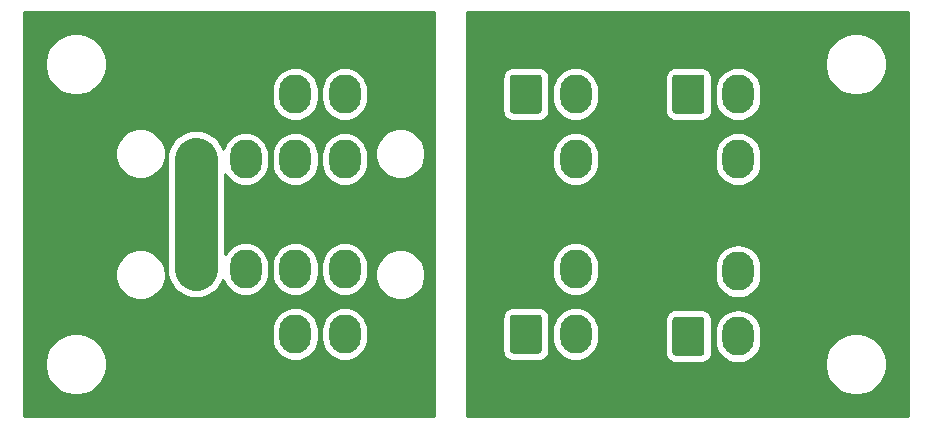
<source format=gbr>
%TF.GenerationSoftware,KiCad,Pcbnew,(5.1.9)-1*%
%TF.CreationDate,2021-11-13T17:29:38-07:00*%
%TF.ProjectId,ABSIS_Bulkhead_Connector,41425349-535f-4427-956c-6b686561645f,rev?*%
%TF.SameCoordinates,Original*%
%TF.FileFunction,Copper,L3,Inr*%
%TF.FilePolarity,Positive*%
%FSLAX46Y46*%
G04 Gerber Fmt 4.6, Leading zero omitted, Abs format (unit mm)*
G04 Created by KiCad (PCBNEW (5.1.9)-1) date 2021-11-13 17:29:38*
%MOMM*%
%LPD*%
G01*
G04 APERTURE LIST*
%TA.AperFunction,ComponentPad*%
%ADD10O,2.700000X3.300000*%
%TD*%
%TA.AperFunction,Conductor*%
%ADD11C,3.657600*%
%TD*%
%TA.AperFunction,Conductor*%
%ADD12C,0.254000*%
%TD*%
%TA.AperFunction,Conductor*%
%ADD13C,0.100000*%
%TD*%
G04 APERTURE END LIST*
D10*
%TO.N,/BL_DATA2*%
%TO.C,J6*%
X160200000Y-78500000D03*
%TO.N,/BL_GND*%
X156000000Y-78500000D03*
%TO.N,/BL_+5V*%
X160200000Y-84000000D03*
%TA.AperFunction,ComponentPad*%
G36*
G01*
X154650000Y-85399999D02*
X154650000Y-82600001D01*
G75*
G02*
X154900001Y-82350000I250001J0D01*
G01*
X157099999Y-82350000D01*
G75*
G02*
X157350000Y-82600001I0J-250001D01*
G01*
X157350000Y-85399999D01*
G75*
G02*
X157099999Y-85650000I-250001J0D01*
G01*
X154900001Y-85650000D01*
G75*
G02*
X154650000Y-85399999I0J250001D01*
G01*
G37*
%TD.AperFunction*%
%TD*%
%TO.N,/BL_DATA2*%
%TO.C,J5*%
X160200000Y-69000000D03*
%TO.N,/BL_GND*%
X156000000Y-69000000D03*
%TO.N,/BL_+5V*%
X160200000Y-63500000D03*
%TA.AperFunction,ComponentPad*%
G36*
G01*
X154650000Y-64899999D02*
X154650000Y-62100001D01*
G75*
G02*
X154900001Y-61850000I250001J0D01*
G01*
X157099999Y-61850000D01*
G75*
G02*
X157350000Y-62100001I0J-250001D01*
G01*
X157350000Y-64899999D01*
G75*
G02*
X157099999Y-65150000I-250001J0D01*
G01*
X154900001Y-65150000D01*
G75*
G02*
X154650000Y-64899999I0J250001D01*
G01*
G37*
%TD.AperFunction*%
%TD*%
%TO.N,/BL_DATA1*%
%TO.C,J4*%
X146440000Y-78320000D03*
%TO.N,/BL_GND*%
X142240000Y-78320000D03*
%TO.N,/BL_+5V*%
X146440000Y-83820000D03*
%TA.AperFunction,ComponentPad*%
G36*
G01*
X140890000Y-85219999D02*
X140890000Y-82420001D01*
G75*
G02*
X141140001Y-82170000I250001J0D01*
G01*
X143339999Y-82170000D01*
G75*
G02*
X143590000Y-82420001I0J-250001D01*
G01*
X143590000Y-85219999D01*
G75*
G02*
X143339999Y-85470000I-250001J0D01*
G01*
X141140001Y-85470000D01*
G75*
G02*
X140890000Y-85219999I0J250001D01*
G01*
G37*
%TD.AperFunction*%
%TD*%
%TO.N,/ABSIS_+12V*%
%TO.C,J3*%
X126900000Y-78320000D03*
%TO.N,/ABSIS_+5V*%
X122700000Y-78320000D03*
X118500000Y-78320000D03*
%TO.N,/ABSIS_+3.3V*%
X114300000Y-78320000D03*
%TO.N,/ABSIS_+12V*%
X126900000Y-83820000D03*
X122700000Y-83820000D03*
%TO.N,/ABSIS_GND*%
X118500000Y-83820000D03*
%TA.AperFunction,ComponentPad*%
G36*
G01*
X112950000Y-85219999D02*
X112950000Y-82420001D01*
G75*
G02*
X113200001Y-82170000I250001J0D01*
G01*
X115399999Y-82170000D01*
G75*
G02*
X115650000Y-82420001I0J-250001D01*
G01*
X115650000Y-85219999D01*
G75*
G02*
X115399999Y-85470000I-250001J0D01*
G01*
X113200001Y-85470000D01*
G75*
G02*
X112950000Y-85219999I0J250001D01*
G01*
G37*
%TD.AperFunction*%
%TD*%
%TO.N,/BL_DATA1*%
%TO.C,J2*%
X146440000Y-69000000D03*
%TO.N,/BL_GND*%
X142240000Y-69000000D03*
%TO.N,/BL_+5V*%
X146440000Y-63500000D03*
%TA.AperFunction,ComponentPad*%
G36*
G01*
X140890000Y-64899999D02*
X140890000Y-62100001D01*
G75*
G02*
X141140001Y-61850000I250001J0D01*
G01*
X143339999Y-61850000D01*
G75*
G02*
X143590000Y-62100001I0J-250001D01*
G01*
X143590000Y-64899999D01*
G75*
G02*
X143339999Y-65150000I-250001J0D01*
G01*
X141140001Y-65150000D01*
G75*
G02*
X140890000Y-64899999I0J250001D01*
G01*
G37*
%TD.AperFunction*%
%TD*%
%TO.N,/ABSIS_+12V*%
%TO.C,J1*%
X126900000Y-69000000D03*
%TO.N,/ABSIS_+5V*%
X122700000Y-69000000D03*
X118500000Y-69000000D03*
%TO.N,/ABSIS_+3.3V*%
X114300000Y-69000000D03*
%TO.N,/ABSIS_+12V*%
X126900000Y-63500000D03*
X122700000Y-63500000D03*
%TO.N,/ABSIS_GND*%
X118500000Y-63500000D03*
%TA.AperFunction,ComponentPad*%
G36*
G01*
X112950000Y-64899999D02*
X112950000Y-62100001D01*
G75*
G02*
X113200001Y-61850000I250001J0D01*
G01*
X115399999Y-61850000D01*
G75*
G02*
X115650000Y-62100001I0J-250001D01*
G01*
X115650000Y-64899999D01*
G75*
G02*
X115399999Y-65150000I-250001J0D01*
G01*
X113200001Y-65150000D01*
G75*
G02*
X112950000Y-64899999I0J250001D01*
G01*
G37*
%TD.AperFunction*%
%TD*%
D11*
%TO.N,/ABSIS_+3.3V*%
X114300000Y-78320000D02*
X114300000Y-69000000D01*
%TD*%
D12*
%TO.N,/ABSIS_GND*%
X134493000Y-90780000D02*
X99720000Y-90780000D01*
X99720000Y-86100475D01*
X101505000Y-86100475D01*
X101505000Y-86619525D01*
X101606261Y-87128601D01*
X101804893Y-87608141D01*
X102093262Y-88039715D01*
X102460285Y-88406738D01*
X102891859Y-88695107D01*
X103371399Y-88893739D01*
X103880475Y-88995000D01*
X104399525Y-88995000D01*
X104908601Y-88893739D01*
X105388141Y-88695107D01*
X105819715Y-88406738D01*
X106186738Y-88039715D01*
X106475107Y-87608141D01*
X106673739Y-87128601D01*
X106775000Y-86619525D01*
X106775000Y-86100475D01*
X106673739Y-85591399D01*
X106475107Y-85111859D01*
X106186738Y-84680285D01*
X105819715Y-84313262D01*
X105388141Y-84024893D01*
X104908601Y-83826261D01*
X104399525Y-83725000D01*
X103880475Y-83725000D01*
X103371399Y-83826261D01*
X102891859Y-84024893D01*
X102460285Y-84313262D01*
X102093262Y-84680285D01*
X101804893Y-85111859D01*
X101606261Y-85591399D01*
X101505000Y-86100475D01*
X99720000Y-86100475D01*
X99720000Y-83422491D01*
X120715000Y-83422491D01*
X120715000Y-84217510D01*
X120743722Y-84509128D01*
X120857226Y-84883302D01*
X121041547Y-85228143D01*
X121289603Y-85530398D01*
X121591858Y-85778453D01*
X121936699Y-85962774D01*
X122310873Y-86076278D01*
X122700000Y-86114604D01*
X123089128Y-86076278D01*
X123463302Y-85962774D01*
X123808143Y-85778453D01*
X124110398Y-85530398D01*
X124358453Y-85228143D01*
X124542774Y-84883302D01*
X124656278Y-84509127D01*
X124685000Y-84217509D01*
X124685000Y-83422491D01*
X124915000Y-83422491D01*
X124915000Y-84217510D01*
X124943722Y-84509128D01*
X125057226Y-84883302D01*
X125241547Y-85228143D01*
X125489603Y-85530398D01*
X125791858Y-85778453D01*
X126136699Y-85962774D01*
X126510873Y-86076278D01*
X126900000Y-86114604D01*
X127289128Y-86076278D01*
X127663302Y-85962774D01*
X128008143Y-85778453D01*
X128310398Y-85530398D01*
X128558453Y-85228143D01*
X128742774Y-84883302D01*
X128856278Y-84509127D01*
X128885000Y-84217509D01*
X128885000Y-83422490D01*
X128856278Y-83130872D01*
X128742774Y-82756698D01*
X128558453Y-82411857D01*
X128310398Y-82109602D01*
X128008143Y-81861547D01*
X127663301Y-81677226D01*
X127289127Y-81563722D01*
X126900000Y-81525396D01*
X126510872Y-81563722D01*
X126136698Y-81677226D01*
X125791857Y-81861547D01*
X125489602Y-82109602D01*
X125241547Y-82411857D01*
X125057226Y-82756699D01*
X124943722Y-83130873D01*
X124915000Y-83422491D01*
X124685000Y-83422491D01*
X124685000Y-83422490D01*
X124656278Y-83130872D01*
X124542774Y-82756698D01*
X124358453Y-82411857D01*
X124110398Y-82109602D01*
X123808143Y-81861547D01*
X123463301Y-81677226D01*
X123089127Y-81563722D01*
X122700000Y-81525396D01*
X122310872Y-81563722D01*
X121936698Y-81677226D01*
X121591857Y-81861547D01*
X121289602Y-82109602D01*
X121041547Y-82411857D01*
X120857226Y-82756699D01*
X120743722Y-83130873D01*
X120715000Y-83422491D01*
X99720000Y-83422491D01*
X99720000Y-78569721D01*
X107465000Y-78569721D01*
X107465000Y-78990279D01*
X107547047Y-79402756D01*
X107707988Y-79791302D01*
X107941637Y-80140983D01*
X108239017Y-80438363D01*
X108588698Y-80672012D01*
X108977244Y-80832953D01*
X109389721Y-80915000D01*
X109810279Y-80915000D01*
X110222756Y-80832953D01*
X110611302Y-80672012D01*
X110960983Y-80438363D01*
X111258363Y-80140983D01*
X111492012Y-79791302D01*
X111652953Y-79402756D01*
X111735000Y-78990279D01*
X111735000Y-78569721D01*
X111709403Y-78441036D01*
X111836200Y-78441036D01*
X111871849Y-78802988D01*
X112012732Y-79267416D01*
X112241513Y-79695436D01*
X112549401Y-80070599D01*
X112924563Y-80378487D01*
X113352583Y-80607268D01*
X113817011Y-80748151D01*
X114300000Y-80795721D01*
X114782988Y-80748151D01*
X115247416Y-80607268D01*
X115675436Y-80378487D01*
X116050599Y-80070599D01*
X116358487Y-79695437D01*
X116587268Y-79267417D01*
X116604670Y-79210049D01*
X116657226Y-79383302D01*
X116841547Y-79728143D01*
X117089603Y-80030398D01*
X117391858Y-80278453D01*
X117736699Y-80462774D01*
X118110873Y-80576278D01*
X118500000Y-80614604D01*
X118889128Y-80576278D01*
X119263302Y-80462774D01*
X119608143Y-80278453D01*
X119910398Y-80030398D01*
X120158453Y-79728143D01*
X120342774Y-79383302D01*
X120456278Y-79009127D01*
X120485000Y-78717509D01*
X120485000Y-77922491D01*
X120715000Y-77922491D01*
X120715000Y-78717510D01*
X120743722Y-79009128D01*
X120857226Y-79383302D01*
X121041547Y-79728143D01*
X121289603Y-80030398D01*
X121591858Y-80278453D01*
X121936699Y-80462774D01*
X122310873Y-80576278D01*
X122700000Y-80614604D01*
X123089128Y-80576278D01*
X123463302Y-80462774D01*
X123808143Y-80278453D01*
X124110398Y-80030398D01*
X124358453Y-79728143D01*
X124542774Y-79383302D01*
X124656278Y-79009127D01*
X124685000Y-78717509D01*
X124685000Y-77922491D01*
X124915000Y-77922491D01*
X124915000Y-78717510D01*
X124943722Y-79009128D01*
X125057226Y-79383302D01*
X125241547Y-79728143D01*
X125489603Y-80030398D01*
X125791858Y-80278453D01*
X126136699Y-80462774D01*
X126510873Y-80576278D01*
X126900000Y-80614604D01*
X127289128Y-80576278D01*
X127663302Y-80462774D01*
X128008143Y-80278453D01*
X128310398Y-80030398D01*
X128558453Y-79728143D01*
X128742774Y-79383302D01*
X128856278Y-79009127D01*
X128885000Y-78717509D01*
X128885000Y-78569721D01*
X129465000Y-78569721D01*
X129465000Y-78990279D01*
X129547047Y-79402756D01*
X129707988Y-79791302D01*
X129941637Y-80140983D01*
X130239017Y-80438363D01*
X130588698Y-80672012D01*
X130977244Y-80832953D01*
X131389721Y-80915000D01*
X131810279Y-80915000D01*
X132222756Y-80832953D01*
X132611302Y-80672012D01*
X132960983Y-80438363D01*
X133258363Y-80140983D01*
X133492012Y-79791302D01*
X133652953Y-79402756D01*
X133735000Y-78990279D01*
X133735000Y-78569721D01*
X133652953Y-78157244D01*
X133492012Y-77768698D01*
X133258363Y-77419017D01*
X132960983Y-77121637D01*
X132611302Y-76887988D01*
X132222756Y-76727047D01*
X131810279Y-76645000D01*
X131389721Y-76645000D01*
X130977244Y-76727047D01*
X130588698Y-76887988D01*
X130239017Y-77121637D01*
X129941637Y-77419017D01*
X129707988Y-77768698D01*
X129547047Y-78157244D01*
X129465000Y-78569721D01*
X128885000Y-78569721D01*
X128885000Y-77922490D01*
X128856278Y-77630872D01*
X128742774Y-77256698D01*
X128558453Y-76911857D01*
X128310398Y-76609602D01*
X128008143Y-76361547D01*
X127663301Y-76177226D01*
X127289127Y-76063722D01*
X126900000Y-76025396D01*
X126510872Y-76063722D01*
X126136698Y-76177226D01*
X125791857Y-76361547D01*
X125489602Y-76609602D01*
X125241547Y-76911857D01*
X125057226Y-77256699D01*
X124943722Y-77630873D01*
X124915000Y-77922491D01*
X124685000Y-77922491D01*
X124685000Y-77922490D01*
X124656278Y-77630872D01*
X124542774Y-77256698D01*
X124358453Y-76911857D01*
X124110398Y-76609602D01*
X123808143Y-76361547D01*
X123463301Y-76177226D01*
X123089127Y-76063722D01*
X122700000Y-76025396D01*
X122310872Y-76063722D01*
X121936698Y-76177226D01*
X121591857Y-76361547D01*
X121289602Y-76609602D01*
X121041547Y-76911857D01*
X120857226Y-77256699D01*
X120743722Y-77630873D01*
X120715000Y-77922491D01*
X120485000Y-77922491D01*
X120485000Y-77922490D01*
X120456278Y-77630872D01*
X120342774Y-77256698D01*
X120158453Y-76911857D01*
X119910398Y-76609602D01*
X119608143Y-76361547D01*
X119263301Y-76177226D01*
X118889127Y-76063722D01*
X118500000Y-76025396D01*
X118110872Y-76063722D01*
X117736698Y-76177226D01*
X117391857Y-76361547D01*
X117089602Y-76609602D01*
X116841547Y-76911857D01*
X116763800Y-77057312D01*
X116763800Y-70262688D01*
X116841547Y-70408143D01*
X117089603Y-70710398D01*
X117391858Y-70958453D01*
X117736699Y-71142774D01*
X118110873Y-71256278D01*
X118500000Y-71294604D01*
X118889128Y-71256278D01*
X119263302Y-71142774D01*
X119608143Y-70958453D01*
X119910398Y-70710398D01*
X120158453Y-70408143D01*
X120342774Y-70063302D01*
X120456278Y-69689127D01*
X120485000Y-69397509D01*
X120485000Y-68602491D01*
X120715000Y-68602491D01*
X120715000Y-69397510D01*
X120743722Y-69689128D01*
X120857226Y-70063302D01*
X121041547Y-70408143D01*
X121289603Y-70710398D01*
X121591858Y-70958453D01*
X121936699Y-71142774D01*
X122310873Y-71256278D01*
X122700000Y-71294604D01*
X123089128Y-71256278D01*
X123463302Y-71142774D01*
X123808143Y-70958453D01*
X124110398Y-70710398D01*
X124358453Y-70408143D01*
X124542774Y-70063302D01*
X124656278Y-69689127D01*
X124685000Y-69397509D01*
X124685000Y-68602491D01*
X124915000Y-68602491D01*
X124915000Y-69397510D01*
X124943722Y-69689128D01*
X125057226Y-70063302D01*
X125241547Y-70408143D01*
X125489603Y-70710398D01*
X125791858Y-70958453D01*
X126136699Y-71142774D01*
X126510873Y-71256278D01*
X126900000Y-71294604D01*
X127289128Y-71256278D01*
X127663302Y-71142774D01*
X128008143Y-70958453D01*
X128310398Y-70710398D01*
X128558453Y-70408143D01*
X128742774Y-70063302D01*
X128856278Y-69689127D01*
X128885000Y-69397509D01*
X128885000Y-68602490D01*
X128858135Y-68329721D01*
X129465000Y-68329721D01*
X129465000Y-68750279D01*
X129547047Y-69162756D01*
X129707988Y-69551302D01*
X129941637Y-69900983D01*
X130239017Y-70198363D01*
X130588698Y-70432012D01*
X130977244Y-70592953D01*
X131389721Y-70675000D01*
X131810279Y-70675000D01*
X132222756Y-70592953D01*
X132611302Y-70432012D01*
X132960983Y-70198363D01*
X133258363Y-69900983D01*
X133492012Y-69551302D01*
X133652953Y-69162756D01*
X133735000Y-68750279D01*
X133735000Y-68329721D01*
X133652953Y-67917244D01*
X133492012Y-67528698D01*
X133258363Y-67179017D01*
X132960983Y-66881637D01*
X132611302Y-66647988D01*
X132222756Y-66487047D01*
X131810279Y-66405000D01*
X131389721Y-66405000D01*
X130977244Y-66487047D01*
X130588698Y-66647988D01*
X130239017Y-66881637D01*
X129941637Y-67179017D01*
X129707988Y-67528698D01*
X129547047Y-67917244D01*
X129465000Y-68329721D01*
X128858135Y-68329721D01*
X128856278Y-68310872D01*
X128742774Y-67936698D01*
X128558453Y-67591857D01*
X128310398Y-67289602D01*
X128008143Y-67041547D01*
X127663301Y-66857226D01*
X127289127Y-66743722D01*
X126900000Y-66705396D01*
X126510872Y-66743722D01*
X126136698Y-66857226D01*
X125791857Y-67041547D01*
X125489602Y-67289602D01*
X125241547Y-67591857D01*
X125057226Y-67936699D01*
X124943722Y-68310873D01*
X124915000Y-68602491D01*
X124685000Y-68602491D01*
X124685000Y-68602490D01*
X124656278Y-68310872D01*
X124542774Y-67936698D01*
X124358453Y-67591857D01*
X124110398Y-67289602D01*
X123808143Y-67041547D01*
X123463301Y-66857226D01*
X123089127Y-66743722D01*
X122700000Y-66705396D01*
X122310872Y-66743722D01*
X121936698Y-66857226D01*
X121591857Y-67041547D01*
X121289602Y-67289602D01*
X121041547Y-67591857D01*
X120857226Y-67936699D01*
X120743722Y-68310873D01*
X120715000Y-68602491D01*
X120485000Y-68602491D01*
X120485000Y-68602490D01*
X120456278Y-68310872D01*
X120342774Y-67936698D01*
X120158453Y-67591857D01*
X119910398Y-67289602D01*
X119608143Y-67041547D01*
X119263301Y-66857226D01*
X118889127Y-66743722D01*
X118500000Y-66705396D01*
X118110872Y-66743722D01*
X117736698Y-66857226D01*
X117391857Y-67041547D01*
X117089602Y-67289602D01*
X116841547Y-67591857D01*
X116657226Y-67936699D01*
X116604671Y-68109952D01*
X116587268Y-68052583D01*
X116358487Y-67624563D01*
X116050599Y-67249401D01*
X115675437Y-66941513D01*
X115247417Y-66712732D01*
X114782989Y-66571849D01*
X114300000Y-66524279D01*
X113817012Y-66571849D01*
X113352584Y-66712732D01*
X112924564Y-66941513D01*
X112549402Y-67249401D01*
X112241514Y-67624563D01*
X112012733Y-68052583D01*
X111871850Y-68517011D01*
X111836201Y-68878963D01*
X111836200Y-78441036D01*
X111709403Y-78441036D01*
X111652953Y-78157244D01*
X111492012Y-77768698D01*
X111258363Y-77419017D01*
X110960983Y-77121637D01*
X110611302Y-76887988D01*
X110222756Y-76727047D01*
X109810279Y-76645000D01*
X109389721Y-76645000D01*
X108977244Y-76727047D01*
X108588698Y-76887988D01*
X108239017Y-77121637D01*
X107941637Y-77419017D01*
X107707988Y-77768698D01*
X107547047Y-78157244D01*
X107465000Y-78569721D01*
X99720000Y-78569721D01*
X99720000Y-68329721D01*
X107465000Y-68329721D01*
X107465000Y-68750279D01*
X107547047Y-69162756D01*
X107707988Y-69551302D01*
X107941637Y-69900983D01*
X108239017Y-70198363D01*
X108588698Y-70432012D01*
X108977244Y-70592953D01*
X109389721Y-70675000D01*
X109810279Y-70675000D01*
X110222756Y-70592953D01*
X110611302Y-70432012D01*
X110960983Y-70198363D01*
X111258363Y-69900983D01*
X111492012Y-69551302D01*
X111652953Y-69162756D01*
X111735000Y-68750279D01*
X111735000Y-68329721D01*
X111652953Y-67917244D01*
X111492012Y-67528698D01*
X111258363Y-67179017D01*
X110960983Y-66881637D01*
X110611302Y-66647988D01*
X110222756Y-66487047D01*
X109810279Y-66405000D01*
X109389721Y-66405000D01*
X108977244Y-66487047D01*
X108588698Y-66647988D01*
X108239017Y-66881637D01*
X107941637Y-67179017D01*
X107707988Y-67528698D01*
X107547047Y-67917244D01*
X107465000Y-68329721D01*
X99720000Y-68329721D01*
X99720000Y-60700475D01*
X101505000Y-60700475D01*
X101505000Y-61219525D01*
X101606261Y-61728601D01*
X101804893Y-62208141D01*
X102093262Y-62639715D01*
X102460285Y-63006738D01*
X102891859Y-63295107D01*
X103371399Y-63493739D01*
X103880475Y-63595000D01*
X104399525Y-63595000D01*
X104908601Y-63493739D01*
X105388141Y-63295107D01*
X105676410Y-63102491D01*
X120715000Y-63102491D01*
X120715000Y-63897510D01*
X120743722Y-64189128D01*
X120857226Y-64563302D01*
X121041547Y-64908143D01*
X121289603Y-65210398D01*
X121591858Y-65458453D01*
X121936699Y-65642774D01*
X122310873Y-65756278D01*
X122700000Y-65794604D01*
X123089128Y-65756278D01*
X123463302Y-65642774D01*
X123808143Y-65458453D01*
X124110398Y-65210398D01*
X124358453Y-64908143D01*
X124542774Y-64563302D01*
X124656278Y-64189127D01*
X124685000Y-63897509D01*
X124685000Y-63102491D01*
X124915000Y-63102491D01*
X124915000Y-63897510D01*
X124943722Y-64189128D01*
X125057226Y-64563302D01*
X125241547Y-64908143D01*
X125489603Y-65210398D01*
X125791858Y-65458453D01*
X126136699Y-65642774D01*
X126510873Y-65756278D01*
X126900000Y-65794604D01*
X127289128Y-65756278D01*
X127663302Y-65642774D01*
X128008143Y-65458453D01*
X128310398Y-65210398D01*
X128558453Y-64908143D01*
X128742774Y-64563302D01*
X128856278Y-64189127D01*
X128885000Y-63897509D01*
X128885000Y-63102490D01*
X128856278Y-62810872D01*
X128742774Y-62436698D01*
X128558453Y-62091857D01*
X128310398Y-61789602D01*
X128008143Y-61541547D01*
X127663301Y-61357226D01*
X127289127Y-61243722D01*
X126900000Y-61205396D01*
X126510872Y-61243722D01*
X126136698Y-61357226D01*
X125791857Y-61541547D01*
X125489602Y-61789602D01*
X125241547Y-62091857D01*
X125057226Y-62436699D01*
X124943722Y-62810873D01*
X124915000Y-63102491D01*
X124685000Y-63102491D01*
X124685000Y-63102490D01*
X124656278Y-62810872D01*
X124542774Y-62436698D01*
X124358453Y-62091857D01*
X124110398Y-61789602D01*
X123808143Y-61541547D01*
X123463301Y-61357226D01*
X123089127Y-61243722D01*
X122700000Y-61205396D01*
X122310872Y-61243722D01*
X121936698Y-61357226D01*
X121591857Y-61541547D01*
X121289602Y-61789602D01*
X121041547Y-62091857D01*
X120857226Y-62436699D01*
X120743722Y-62810873D01*
X120715000Y-63102491D01*
X105676410Y-63102491D01*
X105819715Y-63006738D01*
X106186738Y-62639715D01*
X106475107Y-62208141D01*
X106673739Y-61728601D01*
X106775000Y-61219525D01*
X106775000Y-60700475D01*
X106673739Y-60191399D01*
X106475107Y-59711859D01*
X106186738Y-59280285D01*
X105819715Y-58913262D01*
X105388141Y-58624893D01*
X104908601Y-58426261D01*
X104399525Y-58325000D01*
X103880475Y-58325000D01*
X103371399Y-58426261D01*
X102891859Y-58624893D01*
X102460285Y-58913262D01*
X102093262Y-59280285D01*
X101804893Y-59711859D01*
X101606261Y-60191399D01*
X101505000Y-60700475D01*
X99720000Y-60700475D01*
X99720000Y-56540000D01*
X134493000Y-56540000D01*
X134493000Y-90780000D01*
%TA.AperFunction,Conductor*%
D13*
G36*
X134493000Y-90780000D02*
G01*
X99720000Y-90780000D01*
X99720000Y-86100475D01*
X101505000Y-86100475D01*
X101505000Y-86619525D01*
X101606261Y-87128601D01*
X101804893Y-87608141D01*
X102093262Y-88039715D01*
X102460285Y-88406738D01*
X102891859Y-88695107D01*
X103371399Y-88893739D01*
X103880475Y-88995000D01*
X104399525Y-88995000D01*
X104908601Y-88893739D01*
X105388141Y-88695107D01*
X105819715Y-88406738D01*
X106186738Y-88039715D01*
X106475107Y-87608141D01*
X106673739Y-87128601D01*
X106775000Y-86619525D01*
X106775000Y-86100475D01*
X106673739Y-85591399D01*
X106475107Y-85111859D01*
X106186738Y-84680285D01*
X105819715Y-84313262D01*
X105388141Y-84024893D01*
X104908601Y-83826261D01*
X104399525Y-83725000D01*
X103880475Y-83725000D01*
X103371399Y-83826261D01*
X102891859Y-84024893D01*
X102460285Y-84313262D01*
X102093262Y-84680285D01*
X101804893Y-85111859D01*
X101606261Y-85591399D01*
X101505000Y-86100475D01*
X99720000Y-86100475D01*
X99720000Y-83422491D01*
X120715000Y-83422491D01*
X120715000Y-84217510D01*
X120743722Y-84509128D01*
X120857226Y-84883302D01*
X121041547Y-85228143D01*
X121289603Y-85530398D01*
X121591858Y-85778453D01*
X121936699Y-85962774D01*
X122310873Y-86076278D01*
X122700000Y-86114604D01*
X123089128Y-86076278D01*
X123463302Y-85962774D01*
X123808143Y-85778453D01*
X124110398Y-85530398D01*
X124358453Y-85228143D01*
X124542774Y-84883302D01*
X124656278Y-84509127D01*
X124685000Y-84217509D01*
X124685000Y-83422491D01*
X124915000Y-83422491D01*
X124915000Y-84217510D01*
X124943722Y-84509128D01*
X125057226Y-84883302D01*
X125241547Y-85228143D01*
X125489603Y-85530398D01*
X125791858Y-85778453D01*
X126136699Y-85962774D01*
X126510873Y-86076278D01*
X126900000Y-86114604D01*
X127289128Y-86076278D01*
X127663302Y-85962774D01*
X128008143Y-85778453D01*
X128310398Y-85530398D01*
X128558453Y-85228143D01*
X128742774Y-84883302D01*
X128856278Y-84509127D01*
X128885000Y-84217509D01*
X128885000Y-83422490D01*
X128856278Y-83130872D01*
X128742774Y-82756698D01*
X128558453Y-82411857D01*
X128310398Y-82109602D01*
X128008143Y-81861547D01*
X127663301Y-81677226D01*
X127289127Y-81563722D01*
X126900000Y-81525396D01*
X126510872Y-81563722D01*
X126136698Y-81677226D01*
X125791857Y-81861547D01*
X125489602Y-82109602D01*
X125241547Y-82411857D01*
X125057226Y-82756699D01*
X124943722Y-83130873D01*
X124915000Y-83422491D01*
X124685000Y-83422491D01*
X124685000Y-83422490D01*
X124656278Y-83130872D01*
X124542774Y-82756698D01*
X124358453Y-82411857D01*
X124110398Y-82109602D01*
X123808143Y-81861547D01*
X123463301Y-81677226D01*
X123089127Y-81563722D01*
X122700000Y-81525396D01*
X122310872Y-81563722D01*
X121936698Y-81677226D01*
X121591857Y-81861547D01*
X121289602Y-82109602D01*
X121041547Y-82411857D01*
X120857226Y-82756699D01*
X120743722Y-83130873D01*
X120715000Y-83422491D01*
X99720000Y-83422491D01*
X99720000Y-78569721D01*
X107465000Y-78569721D01*
X107465000Y-78990279D01*
X107547047Y-79402756D01*
X107707988Y-79791302D01*
X107941637Y-80140983D01*
X108239017Y-80438363D01*
X108588698Y-80672012D01*
X108977244Y-80832953D01*
X109389721Y-80915000D01*
X109810279Y-80915000D01*
X110222756Y-80832953D01*
X110611302Y-80672012D01*
X110960983Y-80438363D01*
X111258363Y-80140983D01*
X111492012Y-79791302D01*
X111652953Y-79402756D01*
X111735000Y-78990279D01*
X111735000Y-78569721D01*
X111709403Y-78441036D01*
X111836200Y-78441036D01*
X111871849Y-78802988D01*
X112012732Y-79267416D01*
X112241513Y-79695436D01*
X112549401Y-80070599D01*
X112924563Y-80378487D01*
X113352583Y-80607268D01*
X113817011Y-80748151D01*
X114300000Y-80795721D01*
X114782988Y-80748151D01*
X115247416Y-80607268D01*
X115675436Y-80378487D01*
X116050599Y-80070599D01*
X116358487Y-79695437D01*
X116587268Y-79267417D01*
X116604670Y-79210049D01*
X116657226Y-79383302D01*
X116841547Y-79728143D01*
X117089603Y-80030398D01*
X117391858Y-80278453D01*
X117736699Y-80462774D01*
X118110873Y-80576278D01*
X118500000Y-80614604D01*
X118889128Y-80576278D01*
X119263302Y-80462774D01*
X119608143Y-80278453D01*
X119910398Y-80030398D01*
X120158453Y-79728143D01*
X120342774Y-79383302D01*
X120456278Y-79009127D01*
X120485000Y-78717509D01*
X120485000Y-77922491D01*
X120715000Y-77922491D01*
X120715000Y-78717510D01*
X120743722Y-79009128D01*
X120857226Y-79383302D01*
X121041547Y-79728143D01*
X121289603Y-80030398D01*
X121591858Y-80278453D01*
X121936699Y-80462774D01*
X122310873Y-80576278D01*
X122700000Y-80614604D01*
X123089128Y-80576278D01*
X123463302Y-80462774D01*
X123808143Y-80278453D01*
X124110398Y-80030398D01*
X124358453Y-79728143D01*
X124542774Y-79383302D01*
X124656278Y-79009127D01*
X124685000Y-78717509D01*
X124685000Y-77922491D01*
X124915000Y-77922491D01*
X124915000Y-78717510D01*
X124943722Y-79009128D01*
X125057226Y-79383302D01*
X125241547Y-79728143D01*
X125489603Y-80030398D01*
X125791858Y-80278453D01*
X126136699Y-80462774D01*
X126510873Y-80576278D01*
X126900000Y-80614604D01*
X127289128Y-80576278D01*
X127663302Y-80462774D01*
X128008143Y-80278453D01*
X128310398Y-80030398D01*
X128558453Y-79728143D01*
X128742774Y-79383302D01*
X128856278Y-79009127D01*
X128885000Y-78717509D01*
X128885000Y-78569721D01*
X129465000Y-78569721D01*
X129465000Y-78990279D01*
X129547047Y-79402756D01*
X129707988Y-79791302D01*
X129941637Y-80140983D01*
X130239017Y-80438363D01*
X130588698Y-80672012D01*
X130977244Y-80832953D01*
X131389721Y-80915000D01*
X131810279Y-80915000D01*
X132222756Y-80832953D01*
X132611302Y-80672012D01*
X132960983Y-80438363D01*
X133258363Y-80140983D01*
X133492012Y-79791302D01*
X133652953Y-79402756D01*
X133735000Y-78990279D01*
X133735000Y-78569721D01*
X133652953Y-78157244D01*
X133492012Y-77768698D01*
X133258363Y-77419017D01*
X132960983Y-77121637D01*
X132611302Y-76887988D01*
X132222756Y-76727047D01*
X131810279Y-76645000D01*
X131389721Y-76645000D01*
X130977244Y-76727047D01*
X130588698Y-76887988D01*
X130239017Y-77121637D01*
X129941637Y-77419017D01*
X129707988Y-77768698D01*
X129547047Y-78157244D01*
X129465000Y-78569721D01*
X128885000Y-78569721D01*
X128885000Y-77922490D01*
X128856278Y-77630872D01*
X128742774Y-77256698D01*
X128558453Y-76911857D01*
X128310398Y-76609602D01*
X128008143Y-76361547D01*
X127663301Y-76177226D01*
X127289127Y-76063722D01*
X126900000Y-76025396D01*
X126510872Y-76063722D01*
X126136698Y-76177226D01*
X125791857Y-76361547D01*
X125489602Y-76609602D01*
X125241547Y-76911857D01*
X125057226Y-77256699D01*
X124943722Y-77630873D01*
X124915000Y-77922491D01*
X124685000Y-77922491D01*
X124685000Y-77922490D01*
X124656278Y-77630872D01*
X124542774Y-77256698D01*
X124358453Y-76911857D01*
X124110398Y-76609602D01*
X123808143Y-76361547D01*
X123463301Y-76177226D01*
X123089127Y-76063722D01*
X122700000Y-76025396D01*
X122310872Y-76063722D01*
X121936698Y-76177226D01*
X121591857Y-76361547D01*
X121289602Y-76609602D01*
X121041547Y-76911857D01*
X120857226Y-77256699D01*
X120743722Y-77630873D01*
X120715000Y-77922491D01*
X120485000Y-77922491D01*
X120485000Y-77922490D01*
X120456278Y-77630872D01*
X120342774Y-77256698D01*
X120158453Y-76911857D01*
X119910398Y-76609602D01*
X119608143Y-76361547D01*
X119263301Y-76177226D01*
X118889127Y-76063722D01*
X118500000Y-76025396D01*
X118110872Y-76063722D01*
X117736698Y-76177226D01*
X117391857Y-76361547D01*
X117089602Y-76609602D01*
X116841547Y-76911857D01*
X116763800Y-77057312D01*
X116763800Y-70262688D01*
X116841547Y-70408143D01*
X117089603Y-70710398D01*
X117391858Y-70958453D01*
X117736699Y-71142774D01*
X118110873Y-71256278D01*
X118500000Y-71294604D01*
X118889128Y-71256278D01*
X119263302Y-71142774D01*
X119608143Y-70958453D01*
X119910398Y-70710398D01*
X120158453Y-70408143D01*
X120342774Y-70063302D01*
X120456278Y-69689127D01*
X120485000Y-69397509D01*
X120485000Y-68602491D01*
X120715000Y-68602491D01*
X120715000Y-69397510D01*
X120743722Y-69689128D01*
X120857226Y-70063302D01*
X121041547Y-70408143D01*
X121289603Y-70710398D01*
X121591858Y-70958453D01*
X121936699Y-71142774D01*
X122310873Y-71256278D01*
X122700000Y-71294604D01*
X123089128Y-71256278D01*
X123463302Y-71142774D01*
X123808143Y-70958453D01*
X124110398Y-70710398D01*
X124358453Y-70408143D01*
X124542774Y-70063302D01*
X124656278Y-69689127D01*
X124685000Y-69397509D01*
X124685000Y-68602491D01*
X124915000Y-68602491D01*
X124915000Y-69397510D01*
X124943722Y-69689128D01*
X125057226Y-70063302D01*
X125241547Y-70408143D01*
X125489603Y-70710398D01*
X125791858Y-70958453D01*
X126136699Y-71142774D01*
X126510873Y-71256278D01*
X126900000Y-71294604D01*
X127289128Y-71256278D01*
X127663302Y-71142774D01*
X128008143Y-70958453D01*
X128310398Y-70710398D01*
X128558453Y-70408143D01*
X128742774Y-70063302D01*
X128856278Y-69689127D01*
X128885000Y-69397509D01*
X128885000Y-68602490D01*
X128858135Y-68329721D01*
X129465000Y-68329721D01*
X129465000Y-68750279D01*
X129547047Y-69162756D01*
X129707988Y-69551302D01*
X129941637Y-69900983D01*
X130239017Y-70198363D01*
X130588698Y-70432012D01*
X130977244Y-70592953D01*
X131389721Y-70675000D01*
X131810279Y-70675000D01*
X132222756Y-70592953D01*
X132611302Y-70432012D01*
X132960983Y-70198363D01*
X133258363Y-69900983D01*
X133492012Y-69551302D01*
X133652953Y-69162756D01*
X133735000Y-68750279D01*
X133735000Y-68329721D01*
X133652953Y-67917244D01*
X133492012Y-67528698D01*
X133258363Y-67179017D01*
X132960983Y-66881637D01*
X132611302Y-66647988D01*
X132222756Y-66487047D01*
X131810279Y-66405000D01*
X131389721Y-66405000D01*
X130977244Y-66487047D01*
X130588698Y-66647988D01*
X130239017Y-66881637D01*
X129941637Y-67179017D01*
X129707988Y-67528698D01*
X129547047Y-67917244D01*
X129465000Y-68329721D01*
X128858135Y-68329721D01*
X128856278Y-68310872D01*
X128742774Y-67936698D01*
X128558453Y-67591857D01*
X128310398Y-67289602D01*
X128008143Y-67041547D01*
X127663301Y-66857226D01*
X127289127Y-66743722D01*
X126900000Y-66705396D01*
X126510872Y-66743722D01*
X126136698Y-66857226D01*
X125791857Y-67041547D01*
X125489602Y-67289602D01*
X125241547Y-67591857D01*
X125057226Y-67936699D01*
X124943722Y-68310873D01*
X124915000Y-68602491D01*
X124685000Y-68602491D01*
X124685000Y-68602490D01*
X124656278Y-68310872D01*
X124542774Y-67936698D01*
X124358453Y-67591857D01*
X124110398Y-67289602D01*
X123808143Y-67041547D01*
X123463301Y-66857226D01*
X123089127Y-66743722D01*
X122700000Y-66705396D01*
X122310872Y-66743722D01*
X121936698Y-66857226D01*
X121591857Y-67041547D01*
X121289602Y-67289602D01*
X121041547Y-67591857D01*
X120857226Y-67936699D01*
X120743722Y-68310873D01*
X120715000Y-68602491D01*
X120485000Y-68602491D01*
X120485000Y-68602490D01*
X120456278Y-68310872D01*
X120342774Y-67936698D01*
X120158453Y-67591857D01*
X119910398Y-67289602D01*
X119608143Y-67041547D01*
X119263301Y-66857226D01*
X118889127Y-66743722D01*
X118500000Y-66705396D01*
X118110872Y-66743722D01*
X117736698Y-66857226D01*
X117391857Y-67041547D01*
X117089602Y-67289602D01*
X116841547Y-67591857D01*
X116657226Y-67936699D01*
X116604671Y-68109952D01*
X116587268Y-68052583D01*
X116358487Y-67624563D01*
X116050599Y-67249401D01*
X115675437Y-66941513D01*
X115247417Y-66712732D01*
X114782989Y-66571849D01*
X114300000Y-66524279D01*
X113817012Y-66571849D01*
X113352584Y-66712732D01*
X112924564Y-66941513D01*
X112549402Y-67249401D01*
X112241514Y-67624563D01*
X112012733Y-68052583D01*
X111871850Y-68517011D01*
X111836201Y-68878963D01*
X111836200Y-78441036D01*
X111709403Y-78441036D01*
X111652953Y-78157244D01*
X111492012Y-77768698D01*
X111258363Y-77419017D01*
X110960983Y-77121637D01*
X110611302Y-76887988D01*
X110222756Y-76727047D01*
X109810279Y-76645000D01*
X109389721Y-76645000D01*
X108977244Y-76727047D01*
X108588698Y-76887988D01*
X108239017Y-77121637D01*
X107941637Y-77419017D01*
X107707988Y-77768698D01*
X107547047Y-78157244D01*
X107465000Y-78569721D01*
X99720000Y-78569721D01*
X99720000Y-68329721D01*
X107465000Y-68329721D01*
X107465000Y-68750279D01*
X107547047Y-69162756D01*
X107707988Y-69551302D01*
X107941637Y-69900983D01*
X108239017Y-70198363D01*
X108588698Y-70432012D01*
X108977244Y-70592953D01*
X109389721Y-70675000D01*
X109810279Y-70675000D01*
X110222756Y-70592953D01*
X110611302Y-70432012D01*
X110960983Y-70198363D01*
X111258363Y-69900983D01*
X111492012Y-69551302D01*
X111652953Y-69162756D01*
X111735000Y-68750279D01*
X111735000Y-68329721D01*
X111652953Y-67917244D01*
X111492012Y-67528698D01*
X111258363Y-67179017D01*
X110960983Y-66881637D01*
X110611302Y-66647988D01*
X110222756Y-66487047D01*
X109810279Y-66405000D01*
X109389721Y-66405000D01*
X108977244Y-66487047D01*
X108588698Y-66647988D01*
X108239017Y-66881637D01*
X107941637Y-67179017D01*
X107707988Y-67528698D01*
X107547047Y-67917244D01*
X107465000Y-68329721D01*
X99720000Y-68329721D01*
X99720000Y-60700475D01*
X101505000Y-60700475D01*
X101505000Y-61219525D01*
X101606261Y-61728601D01*
X101804893Y-62208141D01*
X102093262Y-62639715D01*
X102460285Y-63006738D01*
X102891859Y-63295107D01*
X103371399Y-63493739D01*
X103880475Y-63595000D01*
X104399525Y-63595000D01*
X104908601Y-63493739D01*
X105388141Y-63295107D01*
X105676410Y-63102491D01*
X120715000Y-63102491D01*
X120715000Y-63897510D01*
X120743722Y-64189128D01*
X120857226Y-64563302D01*
X121041547Y-64908143D01*
X121289603Y-65210398D01*
X121591858Y-65458453D01*
X121936699Y-65642774D01*
X122310873Y-65756278D01*
X122700000Y-65794604D01*
X123089128Y-65756278D01*
X123463302Y-65642774D01*
X123808143Y-65458453D01*
X124110398Y-65210398D01*
X124358453Y-64908143D01*
X124542774Y-64563302D01*
X124656278Y-64189127D01*
X124685000Y-63897509D01*
X124685000Y-63102491D01*
X124915000Y-63102491D01*
X124915000Y-63897510D01*
X124943722Y-64189128D01*
X125057226Y-64563302D01*
X125241547Y-64908143D01*
X125489603Y-65210398D01*
X125791858Y-65458453D01*
X126136699Y-65642774D01*
X126510873Y-65756278D01*
X126900000Y-65794604D01*
X127289128Y-65756278D01*
X127663302Y-65642774D01*
X128008143Y-65458453D01*
X128310398Y-65210398D01*
X128558453Y-64908143D01*
X128742774Y-64563302D01*
X128856278Y-64189127D01*
X128885000Y-63897509D01*
X128885000Y-63102490D01*
X128856278Y-62810872D01*
X128742774Y-62436698D01*
X128558453Y-62091857D01*
X128310398Y-61789602D01*
X128008143Y-61541547D01*
X127663301Y-61357226D01*
X127289127Y-61243722D01*
X126900000Y-61205396D01*
X126510872Y-61243722D01*
X126136698Y-61357226D01*
X125791857Y-61541547D01*
X125489602Y-61789602D01*
X125241547Y-62091857D01*
X125057226Y-62436699D01*
X124943722Y-62810873D01*
X124915000Y-63102491D01*
X124685000Y-63102491D01*
X124685000Y-63102490D01*
X124656278Y-62810872D01*
X124542774Y-62436698D01*
X124358453Y-62091857D01*
X124110398Y-61789602D01*
X123808143Y-61541547D01*
X123463301Y-61357226D01*
X123089127Y-61243722D01*
X122700000Y-61205396D01*
X122310872Y-61243722D01*
X121936698Y-61357226D01*
X121591857Y-61541547D01*
X121289602Y-61789602D01*
X121041547Y-62091857D01*
X120857226Y-62436699D01*
X120743722Y-62810873D01*
X120715000Y-63102491D01*
X105676410Y-63102491D01*
X105819715Y-63006738D01*
X106186738Y-62639715D01*
X106475107Y-62208141D01*
X106673739Y-61728601D01*
X106775000Y-61219525D01*
X106775000Y-60700475D01*
X106673739Y-60191399D01*
X106475107Y-59711859D01*
X106186738Y-59280285D01*
X105819715Y-58913262D01*
X105388141Y-58624893D01*
X104908601Y-58426261D01*
X104399525Y-58325000D01*
X103880475Y-58325000D01*
X103371399Y-58426261D01*
X102891859Y-58624893D01*
X102460285Y-58913262D01*
X102093262Y-59280285D01*
X101804893Y-59711859D01*
X101606261Y-60191399D01*
X101505000Y-60700475D01*
X99720000Y-60700475D01*
X99720000Y-56540000D01*
X134493000Y-56540000D01*
X134493000Y-90780000D01*
G37*
%TD.AperFunction*%
%TD*%
D12*
%TO.N,/BL_GND*%
X174600001Y-90780000D02*
X137287000Y-90780000D01*
X137287000Y-82420001D01*
X140251928Y-82420001D01*
X140251928Y-85219999D01*
X140268992Y-85393253D01*
X140319529Y-85559850D01*
X140401595Y-85713386D01*
X140512039Y-85847961D01*
X140646614Y-85958405D01*
X140800150Y-86040471D01*
X140966747Y-86091008D01*
X141140001Y-86108072D01*
X143339999Y-86108072D01*
X143513253Y-86091008D01*
X143679850Y-86040471D01*
X143833386Y-85958405D01*
X143967961Y-85847961D01*
X144078405Y-85713386D01*
X144160471Y-85559850D01*
X144211008Y-85393253D01*
X144228072Y-85219999D01*
X144228072Y-83422491D01*
X144455000Y-83422491D01*
X144455000Y-84217510D01*
X144483722Y-84509128D01*
X144597226Y-84883302D01*
X144781547Y-85228143D01*
X145029603Y-85530398D01*
X145331858Y-85778453D01*
X145676699Y-85962774D01*
X146050873Y-86076278D01*
X146440000Y-86114604D01*
X146829128Y-86076278D01*
X147203302Y-85962774D01*
X147548143Y-85778453D01*
X147850398Y-85530398D01*
X148098453Y-85228143D01*
X148282774Y-84883302D01*
X148396278Y-84509127D01*
X148425000Y-84217509D01*
X148425000Y-83422490D01*
X148396278Y-83130872D01*
X148282774Y-82756698D01*
X148199018Y-82600001D01*
X154011928Y-82600001D01*
X154011928Y-85399999D01*
X154028992Y-85573253D01*
X154079529Y-85739850D01*
X154161595Y-85893386D01*
X154272039Y-86027961D01*
X154406614Y-86138405D01*
X154560150Y-86220471D01*
X154726747Y-86271008D01*
X154900001Y-86288072D01*
X157099999Y-86288072D01*
X157273253Y-86271008D01*
X157439850Y-86220471D01*
X157593386Y-86138405D01*
X157727961Y-86027961D01*
X157838405Y-85893386D01*
X157920471Y-85739850D01*
X157971008Y-85573253D01*
X157988072Y-85399999D01*
X157988072Y-83602491D01*
X158215000Y-83602491D01*
X158215000Y-84397510D01*
X158243722Y-84689128D01*
X158357226Y-85063302D01*
X158541547Y-85408143D01*
X158789603Y-85710398D01*
X159091858Y-85958453D01*
X159436699Y-86142774D01*
X159810873Y-86256278D01*
X160200000Y-86294604D01*
X160589128Y-86256278D01*
X160963302Y-86142774D01*
X161042438Y-86100475D01*
X167545000Y-86100475D01*
X167545000Y-86619525D01*
X167646261Y-87128601D01*
X167844893Y-87608141D01*
X168133262Y-88039715D01*
X168500285Y-88406738D01*
X168931859Y-88695107D01*
X169411399Y-88893739D01*
X169920475Y-88995000D01*
X170439525Y-88995000D01*
X170948601Y-88893739D01*
X171428141Y-88695107D01*
X171859715Y-88406738D01*
X172226738Y-88039715D01*
X172515107Y-87608141D01*
X172713739Y-87128601D01*
X172815000Y-86619525D01*
X172815000Y-86100475D01*
X172713739Y-85591399D01*
X172515107Y-85111859D01*
X172226738Y-84680285D01*
X171859715Y-84313262D01*
X171428141Y-84024893D01*
X170948601Y-83826261D01*
X170439525Y-83725000D01*
X169920475Y-83725000D01*
X169411399Y-83826261D01*
X168931859Y-84024893D01*
X168500285Y-84313262D01*
X168133262Y-84680285D01*
X167844893Y-85111859D01*
X167646261Y-85591399D01*
X167545000Y-86100475D01*
X161042438Y-86100475D01*
X161308143Y-85958453D01*
X161610398Y-85710398D01*
X161858453Y-85408143D01*
X162042774Y-85063302D01*
X162156278Y-84689127D01*
X162185000Y-84397509D01*
X162185000Y-83602490D01*
X162156278Y-83310872D01*
X162042774Y-82936698D01*
X161858453Y-82591857D01*
X161610398Y-82289602D01*
X161308143Y-82041547D01*
X160963301Y-81857226D01*
X160589127Y-81743722D01*
X160200000Y-81705396D01*
X159810872Y-81743722D01*
X159436698Y-81857226D01*
X159091857Y-82041547D01*
X158789602Y-82289602D01*
X158541547Y-82591857D01*
X158357226Y-82936699D01*
X158243722Y-83310873D01*
X158215000Y-83602491D01*
X157988072Y-83602491D01*
X157988072Y-82600001D01*
X157971008Y-82426747D01*
X157920471Y-82260150D01*
X157838405Y-82106614D01*
X157727961Y-81972039D01*
X157593386Y-81861595D01*
X157439850Y-81779529D01*
X157273253Y-81728992D01*
X157099999Y-81711928D01*
X154900001Y-81711928D01*
X154726747Y-81728992D01*
X154560150Y-81779529D01*
X154406614Y-81861595D01*
X154272039Y-81972039D01*
X154161595Y-82106614D01*
X154079529Y-82260150D01*
X154028992Y-82426747D01*
X154011928Y-82600001D01*
X148199018Y-82600001D01*
X148098453Y-82411857D01*
X147850398Y-82109602D01*
X147548143Y-81861547D01*
X147203301Y-81677226D01*
X146829127Y-81563722D01*
X146440000Y-81525396D01*
X146050872Y-81563722D01*
X145676698Y-81677226D01*
X145331857Y-81861547D01*
X145029602Y-82109602D01*
X144781547Y-82411857D01*
X144597226Y-82756699D01*
X144483722Y-83130873D01*
X144455000Y-83422491D01*
X144228072Y-83422491D01*
X144228072Y-82420001D01*
X144211008Y-82246747D01*
X144160471Y-82080150D01*
X144078405Y-81926614D01*
X143967961Y-81792039D01*
X143833386Y-81681595D01*
X143679850Y-81599529D01*
X143513253Y-81548992D01*
X143339999Y-81531928D01*
X141140001Y-81531928D01*
X140966747Y-81548992D01*
X140800150Y-81599529D01*
X140646614Y-81681595D01*
X140512039Y-81792039D01*
X140401595Y-81926614D01*
X140319529Y-82080150D01*
X140268992Y-82246747D01*
X140251928Y-82420001D01*
X137287000Y-82420001D01*
X137287000Y-77922491D01*
X144455000Y-77922491D01*
X144455000Y-78717510D01*
X144483722Y-79009128D01*
X144597226Y-79383302D01*
X144781547Y-79728143D01*
X145029603Y-80030398D01*
X145331858Y-80278453D01*
X145676699Y-80462774D01*
X146050873Y-80576278D01*
X146440000Y-80614604D01*
X146829128Y-80576278D01*
X147203302Y-80462774D01*
X147548143Y-80278453D01*
X147850398Y-80030398D01*
X148098453Y-79728143D01*
X148282774Y-79383302D01*
X148396278Y-79009127D01*
X148425000Y-78717509D01*
X148425000Y-78102491D01*
X158215000Y-78102491D01*
X158215000Y-78897510D01*
X158243722Y-79189128D01*
X158357226Y-79563302D01*
X158541547Y-79908143D01*
X158789603Y-80210398D01*
X159091858Y-80458453D01*
X159436699Y-80642774D01*
X159810873Y-80756278D01*
X160200000Y-80794604D01*
X160589128Y-80756278D01*
X160963302Y-80642774D01*
X161308143Y-80458453D01*
X161610398Y-80210398D01*
X161858453Y-79908143D01*
X162042774Y-79563302D01*
X162156278Y-79189127D01*
X162185000Y-78897509D01*
X162185000Y-78102490D01*
X162156278Y-77810872D01*
X162042774Y-77436698D01*
X161858453Y-77091857D01*
X161610398Y-76789602D01*
X161308143Y-76541547D01*
X160963301Y-76357226D01*
X160589127Y-76243722D01*
X160200000Y-76205396D01*
X159810872Y-76243722D01*
X159436698Y-76357226D01*
X159091857Y-76541547D01*
X158789602Y-76789602D01*
X158541547Y-77091857D01*
X158357226Y-77436699D01*
X158243722Y-77810873D01*
X158215000Y-78102491D01*
X148425000Y-78102491D01*
X148425000Y-77922490D01*
X148396278Y-77630872D01*
X148282774Y-77256698D01*
X148098453Y-76911857D01*
X147850398Y-76609602D01*
X147548143Y-76361547D01*
X147203301Y-76177226D01*
X146829127Y-76063722D01*
X146440000Y-76025396D01*
X146050872Y-76063722D01*
X145676698Y-76177226D01*
X145331857Y-76361547D01*
X145029602Y-76609602D01*
X144781547Y-76911857D01*
X144597226Y-77256699D01*
X144483722Y-77630873D01*
X144455000Y-77922491D01*
X137287000Y-77922491D01*
X137287000Y-68602491D01*
X144455000Y-68602491D01*
X144455000Y-69397510D01*
X144483722Y-69689128D01*
X144597226Y-70063302D01*
X144781547Y-70408143D01*
X145029603Y-70710398D01*
X145331858Y-70958453D01*
X145676699Y-71142774D01*
X146050873Y-71256278D01*
X146440000Y-71294604D01*
X146829128Y-71256278D01*
X147203302Y-71142774D01*
X147548143Y-70958453D01*
X147850398Y-70710398D01*
X148098453Y-70408143D01*
X148282774Y-70063302D01*
X148396278Y-69689127D01*
X148425000Y-69397509D01*
X148425000Y-68602491D01*
X158215000Y-68602491D01*
X158215000Y-69397510D01*
X158243722Y-69689128D01*
X158357226Y-70063302D01*
X158541547Y-70408143D01*
X158789603Y-70710398D01*
X159091858Y-70958453D01*
X159436699Y-71142774D01*
X159810873Y-71256278D01*
X160200000Y-71294604D01*
X160589128Y-71256278D01*
X160963302Y-71142774D01*
X161308143Y-70958453D01*
X161610398Y-70710398D01*
X161858453Y-70408143D01*
X162042774Y-70063302D01*
X162156278Y-69689127D01*
X162185000Y-69397509D01*
X162185000Y-68602490D01*
X162156278Y-68310872D01*
X162042774Y-67936698D01*
X161858453Y-67591857D01*
X161610398Y-67289602D01*
X161308143Y-67041547D01*
X160963301Y-66857226D01*
X160589127Y-66743722D01*
X160200000Y-66705396D01*
X159810872Y-66743722D01*
X159436698Y-66857226D01*
X159091857Y-67041547D01*
X158789602Y-67289602D01*
X158541547Y-67591857D01*
X158357226Y-67936699D01*
X158243722Y-68310873D01*
X158215000Y-68602491D01*
X148425000Y-68602491D01*
X148425000Y-68602490D01*
X148396278Y-68310872D01*
X148282774Y-67936698D01*
X148098453Y-67591857D01*
X147850398Y-67289602D01*
X147548143Y-67041547D01*
X147203301Y-66857226D01*
X146829127Y-66743722D01*
X146440000Y-66705396D01*
X146050872Y-66743722D01*
X145676698Y-66857226D01*
X145331857Y-67041547D01*
X145029602Y-67289602D01*
X144781547Y-67591857D01*
X144597226Y-67936699D01*
X144483722Y-68310873D01*
X144455000Y-68602491D01*
X137287000Y-68602491D01*
X137287000Y-62100001D01*
X140251928Y-62100001D01*
X140251928Y-64899999D01*
X140268992Y-65073253D01*
X140319529Y-65239850D01*
X140401595Y-65393386D01*
X140512039Y-65527961D01*
X140646614Y-65638405D01*
X140800150Y-65720471D01*
X140966747Y-65771008D01*
X141140001Y-65788072D01*
X143339999Y-65788072D01*
X143513253Y-65771008D01*
X143679850Y-65720471D01*
X143833386Y-65638405D01*
X143967961Y-65527961D01*
X144078405Y-65393386D01*
X144160471Y-65239850D01*
X144211008Y-65073253D01*
X144228072Y-64899999D01*
X144228072Y-63102491D01*
X144455000Y-63102491D01*
X144455000Y-63897510D01*
X144483722Y-64189128D01*
X144597226Y-64563302D01*
X144781547Y-64908143D01*
X145029603Y-65210398D01*
X145331858Y-65458453D01*
X145676699Y-65642774D01*
X146050873Y-65756278D01*
X146440000Y-65794604D01*
X146829128Y-65756278D01*
X147203302Y-65642774D01*
X147548143Y-65458453D01*
X147850398Y-65210398D01*
X148098453Y-64908143D01*
X148282774Y-64563302D01*
X148396278Y-64189127D01*
X148425000Y-63897509D01*
X148425000Y-63102490D01*
X148396278Y-62810872D01*
X148282774Y-62436698D01*
X148102807Y-62100001D01*
X154011928Y-62100001D01*
X154011928Y-64899999D01*
X154028992Y-65073253D01*
X154079529Y-65239850D01*
X154161595Y-65393386D01*
X154272039Y-65527961D01*
X154406614Y-65638405D01*
X154560150Y-65720471D01*
X154726747Y-65771008D01*
X154900001Y-65788072D01*
X157099999Y-65788072D01*
X157273253Y-65771008D01*
X157439850Y-65720471D01*
X157593386Y-65638405D01*
X157727961Y-65527961D01*
X157838405Y-65393386D01*
X157920471Y-65239850D01*
X157971008Y-65073253D01*
X157988072Y-64899999D01*
X157988072Y-63102491D01*
X158215000Y-63102491D01*
X158215000Y-63897510D01*
X158243722Y-64189128D01*
X158357226Y-64563302D01*
X158541547Y-64908143D01*
X158789603Y-65210398D01*
X159091858Y-65458453D01*
X159436699Y-65642774D01*
X159810873Y-65756278D01*
X160200000Y-65794604D01*
X160589128Y-65756278D01*
X160963302Y-65642774D01*
X161308143Y-65458453D01*
X161610398Y-65210398D01*
X161858453Y-64908143D01*
X162042774Y-64563302D01*
X162156278Y-64189127D01*
X162185000Y-63897509D01*
X162185000Y-63102490D01*
X162156278Y-62810872D01*
X162042774Y-62436698D01*
X161858453Y-62091857D01*
X161610398Y-61789602D01*
X161308143Y-61541547D01*
X160963301Y-61357226D01*
X160589127Y-61243722D01*
X160200000Y-61205396D01*
X159810872Y-61243722D01*
X159436698Y-61357226D01*
X159091857Y-61541547D01*
X158789602Y-61789602D01*
X158541547Y-62091857D01*
X158357226Y-62436699D01*
X158243722Y-62810873D01*
X158215000Y-63102491D01*
X157988072Y-63102491D01*
X157988072Y-62100001D01*
X157971008Y-61926747D01*
X157920471Y-61760150D01*
X157838405Y-61606614D01*
X157727961Y-61472039D01*
X157593386Y-61361595D01*
X157439850Y-61279529D01*
X157273253Y-61228992D01*
X157099999Y-61211928D01*
X154900001Y-61211928D01*
X154726747Y-61228992D01*
X154560150Y-61279529D01*
X154406614Y-61361595D01*
X154272039Y-61472039D01*
X154161595Y-61606614D01*
X154079529Y-61760150D01*
X154028992Y-61926747D01*
X154011928Y-62100001D01*
X148102807Y-62100001D01*
X148098453Y-62091857D01*
X147850398Y-61789602D01*
X147548143Y-61541547D01*
X147203301Y-61357226D01*
X146829127Y-61243722D01*
X146440000Y-61205396D01*
X146050872Y-61243722D01*
X145676698Y-61357226D01*
X145331857Y-61541547D01*
X145029602Y-61789602D01*
X144781547Y-62091857D01*
X144597226Y-62436699D01*
X144483722Y-62810873D01*
X144455000Y-63102491D01*
X144228072Y-63102491D01*
X144228072Y-62100001D01*
X144211008Y-61926747D01*
X144160471Y-61760150D01*
X144078405Y-61606614D01*
X143967961Y-61472039D01*
X143833386Y-61361595D01*
X143679850Y-61279529D01*
X143513253Y-61228992D01*
X143339999Y-61211928D01*
X141140001Y-61211928D01*
X140966747Y-61228992D01*
X140800150Y-61279529D01*
X140646614Y-61361595D01*
X140512039Y-61472039D01*
X140401595Y-61606614D01*
X140319529Y-61760150D01*
X140268992Y-61926747D01*
X140251928Y-62100001D01*
X137287000Y-62100001D01*
X137287000Y-60700475D01*
X167545000Y-60700475D01*
X167545000Y-61219525D01*
X167646261Y-61728601D01*
X167844893Y-62208141D01*
X168133262Y-62639715D01*
X168500285Y-63006738D01*
X168931859Y-63295107D01*
X169411399Y-63493739D01*
X169920475Y-63595000D01*
X170439525Y-63595000D01*
X170948601Y-63493739D01*
X171428141Y-63295107D01*
X171859715Y-63006738D01*
X172226738Y-62639715D01*
X172515107Y-62208141D01*
X172713739Y-61728601D01*
X172815000Y-61219525D01*
X172815000Y-60700475D01*
X172713739Y-60191399D01*
X172515107Y-59711859D01*
X172226738Y-59280285D01*
X171859715Y-58913262D01*
X171428141Y-58624893D01*
X170948601Y-58426261D01*
X170439525Y-58325000D01*
X169920475Y-58325000D01*
X169411399Y-58426261D01*
X168931859Y-58624893D01*
X168500285Y-58913262D01*
X168133262Y-59280285D01*
X167844893Y-59711859D01*
X167646261Y-60191399D01*
X167545000Y-60700475D01*
X137287000Y-60700475D01*
X137287000Y-56540000D01*
X174600000Y-56540000D01*
X174600001Y-90780000D01*
%TA.AperFunction,Conductor*%
D13*
G36*
X174600001Y-90780000D02*
G01*
X137287000Y-90780000D01*
X137287000Y-82420001D01*
X140251928Y-82420001D01*
X140251928Y-85219999D01*
X140268992Y-85393253D01*
X140319529Y-85559850D01*
X140401595Y-85713386D01*
X140512039Y-85847961D01*
X140646614Y-85958405D01*
X140800150Y-86040471D01*
X140966747Y-86091008D01*
X141140001Y-86108072D01*
X143339999Y-86108072D01*
X143513253Y-86091008D01*
X143679850Y-86040471D01*
X143833386Y-85958405D01*
X143967961Y-85847961D01*
X144078405Y-85713386D01*
X144160471Y-85559850D01*
X144211008Y-85393253D01*
X144228072Y-85219999D01*
X144228072Y-83422491D01*
X144455000Y-83422491D01*
X144455000Y-84217510D01*
X144483722Y-84509128D01*
X144597226Y-84883302D01*
X144781547Y-85228143D01*
X145029603Y-85530398D01*
X145331858Y-85778453D01*
X145676699Y-85962774D01*
X146050873Y-86076278D01*
X146440000Y-86114604D01*
X146829128Y-86076278D01*
X147203302Y-85962774D01*
X147548143Y-85778453D01*
X147850398Y-85530398D01*
X148098453Y-85228143D01*
X148282774Y-84883302D01*
X148396278Y-84509127D01*
X148425000Y-84217509D01*
X148425000Y-83422490D01*
X148396278Y-83130872D01*
X148282774Y-82756698D01*
X148199018Y-82600001D01*
X154011928Y-82600001D01*
X154011928Y-85399999D01*
X154028992Y-85573253D01*
X154079529Y-85739850D01*
X154161595Y-85893386D01*
X154272039Y-86027961D01*
X154406614Y-86138405D01*
X154560150Y-86220471D01*
X154726747Y-86271008D01*
X154900001Y-86288072D01*
X157099999Y-86288072D01*
X157273253Y-86271008D01*
X157439850Y-86220471D01*
X157593386Y-86138405D01*
X157727961Y-86027961D01*
X157838405Y-85893386D01*
X157920471Y-85739850D01*
X157971008Y-85573253D01*
X157988072Y-85399999D01*
X157988072Y-83602491D01*
X158215000Y-83602491D01*
X158215000Y-84397510D01*
X158243722Y-84689128D01*
X158357226Y-85063302D01*
X158541547Y-85408143D01*
X158789603Y-85710398D01*
X159091858Y-85958453D01*
X159436699Y-86142774D01*
X159810873Y-86256278D01*
X160200000Y-86294604D01*
X160589128Y-86256278D01*
X160963302Y-86142774D01*
X161042438Y-86100475D01*
X167545000Y-86100475D01*
X167545000Y-86619525D01*
X167646261Y-87128601D01*
X167844893Y-87608141D01*
X168133262Y-88039715D01*
X168500285Y-88406738D01*
X168931859Y-88695107D01*
X169411399Y-88893739D01*
X169920475Y-88995000D01*
X170439525Y-88995000D01*
X170948601Y-88893739D01*
X171428141Y-88695107D01*
X171859715Y-88406738D01*
X172226738Y-88039715D01*
X172515107Y-87608141D01*
X172713739Y-87128601D01*
X172815000Y-86619525D01*
X172815000Y-86100475D01*
X172713739Y-85591399D01*
X172515107Y-85111859D01*
X172226738Y-84680285D01*
X171859715Y-84313262D01*
X171428141Y-84024893D01*
X170948601Y-83826261D01*
X170439525Y-83725000D01*
X169920475Y-83725000D01*
X169411399Y-83826261D01*
X168931859Y-84024893D01*
X168500285Y-84313262D01*
X168133262Y-84680285D01*
X167844893Y-85111859D01*
X167646261Y-85591399D01*
X167545000Y-86100475D01*
X161042438Y-86100475D01*
X161308143Y-85958453D01*
X161610398Y-85710398D01*
X161858453Y-85408143D01*
X162042774Y-85063302D01*
X162156278Y-84689127D01*
X162185000Y-84397509D01*
X162185000Y-83602490D01*
X162156278Y-83310872D01*
X162042774Y-82936698D01*
X161858453Y-82591857D01*
X161610398Y-82289602D01*
X161308143Y-82041547D01*
X160963301Y-81857226D01*
X160589127Y-81743722D01*
X160200000Y-81705396D01*
X159810872Y-81743722D01*
X159436698Y-81857226D01*
X159091857Y-82041547D01*
X158789602Y-82289602D01*
X158541547Y-82591857D01*
X158357226Y-82936699D01*
X158243722Y-83310873D01*
X158215000Y-83602491D01*
X157988072Y-83602491D01*
X157988072Y-82600001D01*
X157971008Y-82426747D01*
X157920471Y-82260150D01*
X157838405Y-82106614D01*
X157727961Y-81972039D01*
X157593386Y-81861595D01*
X157439850Y-81779529D01*
X157273253Y-81728992D01*
X157099999Y-81711928D01*
X154900001Y-81711928D01*
X154726747Y-81728992D01*
X154560150Y-81779529D01*
X154406614Y-81861595D01*
X154272039Y-81972039D01*
X154161595Y-82106614D01*
X154079529Y-82260150D01*
X154028992Y-82426747D01*
X154011928Y-82600001D01*
X148199018Y-82600001D01*
X148098453Y-82411857D01*
X147850398Y-82109602D01*
X147548143Y-81861547D01*
X147203301Y-81677226D01*
X146829127Y-81563722D01*
X146440000Y-81525396D01*
X146050872Y-81563722D01*
X145676698Y-81677226D01*
X145331857Y-81861547D01*
X145029602Y-82109602D01*
X144781547Y-82411857D01*
X144597226Y-82756699D01*
X144483722Y-83130873D01*
X144455000Y-83422491D01*
X144228072Y-83422491D01*
X144228072Y-82420001D01*
X144211008Y-82246747D01*
X144160471Y-82080150D01*
X144078405Y-81926614D01*
X143967961Y-81792039D01*
X143833386Y-81681595D01*
X143679850Y-81599529D01*
X143513253Y-81548992D01*
X143339999Y-81531928D01*
X141140001Y-81531928D01*
X140966747Y-81548992D01*
X140800150Y-81599529D01*
X140646614Y-81681595D01*
X140512039Y-81792039D01*
X140401595Y-81926614D01*
X140319529Y-82080150D01*
X140268992Y-82246747D01*
X140251928Y-82420001D01*
X137287000Y-82420001D01*
X137287000Y-77922491D01*
X144455000Y-77922491D01*
X144455000Y-78717510D01*
X144483722Y-79009128D01*
X144597226Y-79383302D01*
X144781547Y-79728143D01*
X145029603Y-80030398D01*
X145331858Y-80278453D01*
X145676699Y-80462774D01*
X146050873Y-80576278D01*
X146440000Y-80614604D01*
X146829128Y-80576278D01*
X147203302Y-80462774D01*
X147548143Y-80278453D01*
X147850398Y-80030398D01*
X148098453Y-79728143D01*
X148282774Y-79383302D01*
X148396278Y-79009127D01*
X148425000Y-78717509D01*
X148425000Y-78102491D01*
X158215000Y-78102491D01*
X158215000Y-78897510D01*
X158243722Y-79189128D01*
X158357226Y-79563302D01*
X158541547Y-79908143D01*
X158789603Y-80210398D01*
X159091858Y-80458453D01*
X159436699Y-80642774D01*
X159810873Y-80756278D01*
X160200000Y-80794604D01*
X160589128Y-80756278D01*
X160963302Y-80642774D01*
X161308143Y-80458453D01*
X161610398Y-80210398D01*
X161858453Y-79908143D01*
X162042774Y-79563302D01*
X162156278Y-79189127D01*
X162185000Y-78897509D01*
X162185000Y-78102490D01*
X162156278Y-77810872D01*
X162042774Y-77436698D01*
X161858453Y-77091857D01*
X161610398Y-76789602D01*
X161308143Y-76541547D01*
X160963301Y-76357226D01*
X160589127Y-76243722D01*
X160200000Y-76205396D01*
X159810872Y-76243722D01*
X159436698Y-76357226D01*
X159091857Y-76541547D01*
X158789602Y-76789602D01*
X158541547Y-77091857D01*
X158357226Y-77436699D01*
X158243722Y-77810873D01*
X158215000Y-78102491D01*
X148425000Y-78102491D01*
X148425000Y-77922490D01*
X148396278Y-77630872D01*
X148282774Y-77256698D01*
X148098453Y-76911857D01*
X147850398Y-76609602D01*
X147548143Y-76361547D01*
X147203301Y-76177226D01*
X146829127Y-76063722D01*
X146440000Y-76025396D01*
X146050872Y-76063722D01*
X145676698Y-76177226D01*
X145331857Y-76361547D01*
X145029602Y-76609602D01*
X144781547Y-76911857D01*
X144597226Y-77256699D01*
X144483722Y-77630873D01*
X144455000Y-77922491D01*
X137287000Y-77922491D01*
X137287000Y-68602491D01*
X144455000Y-68602491D01*
X144455000Y-69397510D01*
X144483722Y-69689128D01*
X144597226Y-70063302D01*
X144781547Y-70408143D01*
X145029603Y-70710398D01*
X145331858Y-70958453D01*
X145676699Y-71142774D01*
X146050873Y-71256278D01*
X146440000Y-71294604D01*
X146829128Y-71256278D01*
X147203302Y-71142774D01*
X147548143Y-70958453D01*
X147850398Y-70710398D01*
X148098453Y-70408143D01*
X148282774Y-70063302D01*
X148396278Y-69689127D01*
X148425000Y-69397509D01*
X148425000Y-68602491D01*
X158215000Y-68602491D01*
X158215000Y-69397510D01*
X158243722Y-69689128D01*
X158357226Y-70063302D01*
X158541547Y-70408143D01*
X158789603Y-70710398D01*
X159091858Y-70958453D01*
X159436699Y-71142774D01*
X159810873Y-71256278D01*
X160200000Y-71294604D01*
X160589128Y-71256278D01*
X160963302Y-71142774D01*
X161308143Y-70958453D01*
X161610398Y-70710398D01*
X161858453Y-70408143D01*
X162042774Y-70063302D01*
X162156278Y-69689127D01*
X162185000Y-69397509D01*
X162185000Y-68602490D01*
X162156278Y-68310872D01*
X162042774Y-67936698D01*
X161858453Y-67591857D01*
X161610398Y-67289602D01*
X161308143Y-67041547D01*
X160963301Y-66857226D01*
X160589127Y-66743722D01*
X160200000Y-66705396D01*
X159810872Y-66743722D01*
X159436698Y-66857226D01*
X159091857Y-67041547D01*
X158789602Y-67289602D01*
X158541547Y-67591857D01*
X158357226Y-67936699D01*
X158243722Y-68310873D01*
X158215000Y-68602491D01*
X148425000Y-68602491D01*
X148425000Y-68602490D01*
X148396278Y-68310872D01*
X148282774Y-67936698D01*
X148098453Y-67591857D01*
X147850398Y-67289602D01*
X147548143Y-67041547D01*
X147203301Y-66857226D01*
X146829127Y-66743722D01*
X146440000Y-66705396D01*
X146050872Y-66743722D01*
X145676698Y-66857226D01*
X145331857Y-67041547D01*
X145029602Y-67289602D01*
X144781547Y-67591857D01*
X144597226Y-67936699D01*
X144483722Y-68310873D01*
X144455000Y-68602491D01*
X137287000Y-68602491D01*
X137287000Y-62100001D01*
X140251928Y-62100001D01*
X140251928Y-64899999D01*
X140268992Y-65073253D01*
X140319529Y-65239850D01*
X140401595Y-65393386D01*
X140512039Y-65527961D01*
X140646614Y-65638405D01*
X140800150Y-65720471D01*
X140966747Y-65771008D01*
X141140001Y-65788072D01*
X143339999Y-65788072D01*
X143513253Y-65771008D01*
X143679850Y-65720471D01*
X143833386Y-65638405D01*
X143967961Y-65527961D01*
X144078405Y-65393386D01*
X144160471Y-65239850D01*
X144211008Y-65073253D01*
X144228072Y-64899999D01*
X144228072Y-63102491D01*
X144455000Y-63102491D01*
X144455000Y-63897510D01*
X144483722Y-64189128D01*
X144597226Y-64563302D01*
X144781547Y-64908143D01*
X145029603Y-65210398D01*
X145331858Y-65458453D01*
X145676699Y-65642774D01*
X146050873Y-65756278D01*
X146440000Y-65794604D01*
X146829128Y-65756278D01*
X147203302Y-65642774D01*
X147548143Y-65458453D01*
X147850398Y-65210398D01*
X148098453Y-64908143D01*
X148282774Y-64563302D01*
X148396278Y-64189127D01*
X148425000Y-63897509D01*
X148425000Y-63102490D01*
X148396278Y-62810872D01*
X148282774Y-62436698D01*
X148102807Y-62100001D01*
X154011928Y-62100001D01*
X154011928Y-64899999D01*
X154028992Y-65073253D01*
X154079529Y-65239850D01*
X154161595Y-65393386D01*
X154272039Y-65527961D01*
X154406614Y-65638405D01*
X154560150Y-65720471D01*
X154726747Y-65771008D01*
X154900001Y-65788072D01*
X157099999Y-65788072D01*
X157273253Y-65771008D01*
X157439850Y-65720471D01*
X157593386Y-65638405D01*
X157727961Y-65527961D01*
X157838405Y-65393386D01*
X157920471Y-65239850D01*
X157971008Y-65073253D01*
X157988072Y-64899999D01*
X157988072Y-63102491D01*
X158215000Y-63102491D01*
X158215000Y-63897510D01*
X158243722Y-64189128D01*
X158357226Y-64563302D01*
X158541547Y-64908143D01*
X158789603Y-65210398D01*
X159091858Y-65458453D01*
X159436699Y-65642774D01*
X159810873Y-65756278D01*
X160200000Y-65794604D01*
X160589128Y-65756278D01*
X160963302Y-65642774D01*
X161308143Y-65458453D01*
X161610398Y-65210398D01*
X161858453Y-64908143D01*
X162042774Y-64563302D01*
X162156278Y-64189127D01*
X162185000Y-63897509D01*
X162185000Y-63102490D01*
X162156278Y-62810872D01*
X162042774Y-62436698D01*
X161858453Y-62091857D01*
X161610398Y-61789602D01*
X161308143Y-61541547D01*
X160963301Y-61357226D01*
X160589127Y-61243722D01*
X160200000Y-61205396D01*
X159810872Y-61243722D01*
X159436698Y-61357226D01*
X159091857Y-61541547D01*
X158789602Y-61789602D01*
X158541547Y-62091857D01*
X158357226Y-62436699D01*
X158243722Y-62810873D01*
X158215000Y-63102491D01*
X157988072Y-63102491D01*
X157988072Y-62100001D01*
X157971008Y-61926747D01*
X157920471Y-61760150D01*
X157838405Y-61606614D01*
X157727961Y-61472039D01*
X157593386Y-61361595D01*
X157439850Y-61279529D01*
X157273253Y-61228992D01*
X157099999Y-61211928D01*
X154900001Y-61211928D01*
X154726747Y-61228992D01*
X154560150Y-61279529D01*
X154406614Y-61361595D01*
X154272039Y-61472039D01*
X154161595Y-61606614D01*
X154079529Y-61760150D01*
X154028992Y-61926747D01*
X154011928Y-62100001D01*
X148102807Y-62100001D01*
X148098453Y-62091857D01*
X147850398Y-61789602D01*
X147548143Y-61541547D01*
X147203301Y-61357226D01*
X146829127Y-61243722D01*
X146440000Y-61205396D01*
X146050872Y-61243722D01*
X145676698Y-61357226D01*
X145331857Y-61541547D01*
X145029602Y-61789602D01*
X144781547Y-62091857D01*
X144597226Y-62436699D01*
X144483722Y-62810873D01*
X144455000Y-63102491D01*
X144228072Y-63102491D01*
X144228072Y-62100001D01*
X144211008Y-61926747D01*
X144160471Y-61760150D01*
X144078405Y-61606614D01*
X143967961Y-61472039D01*
X143833386Y-61361595D01*
X143679850Y-61279529D01*
X143513253Y-61228992D01*
X143339999Y-61211928D01*
X141140001Y-61211928D01*
X140966747Y-61228992D01*
X140800150Y-61279529D01*
X140646614Y-61361595D01*
X140512039Y-61472039D01*
X140401595Y-61606614D01*
X140319529Y-61760150D01*
X140268992Y-61926747D01*
X140251928Y-62100001D01*
X137287000Y-62100001D01*
X137287000Y-60700475D01*
X167545000Y-60700475D01*
X167545000Y-61219525D01*
X167646261Y-61728601D01*
X167844893Y-62208141D01*
X168133262Y-62639715D01*
X168500285Y-63006738D01*
X168931859Y-63295107D01*
X169411399Y-63493739D01*
X169920475Y-63595000D01*
X170439525Y-63595000D01*
X170948601Y-63493739D01*
X171428141Y-63295107D01*
X171859715Y-63006738D01*
X172226738Y-62639715D01*
X172515107Y-62208141D01*
X172713739Y-61728601D01*
X172815000Y-61219525D01*
X172815000Y-60700475D01*
X172713739Y-60191399D01*
X172515107Y-59711859D01*
X172226738Y-59280285D01*
X171859715Y-58913262D01*
X171428141Y-58624893D01*
X170948601Y-58426261D01*
X170439525Y-58325000D01*
X169920475Y-58325000D01*
X169411399Y-58426261D01*
X168931859Y-58624893D01*
X168500285Y-58913262D01*
X168133262Y-59280285D01*
X167844893Y-59711859D01*
X167646261Y-60191399D01*
X167545000Y-60700475D01*
X137287000Y-60700475D01*
X137287000Y-56540000D01*
X174600000Y-56540000D01*
X174600001Y-90780000D01*
G37*
%TD.AperFunction*%
%TD*%
M02*

</source>
